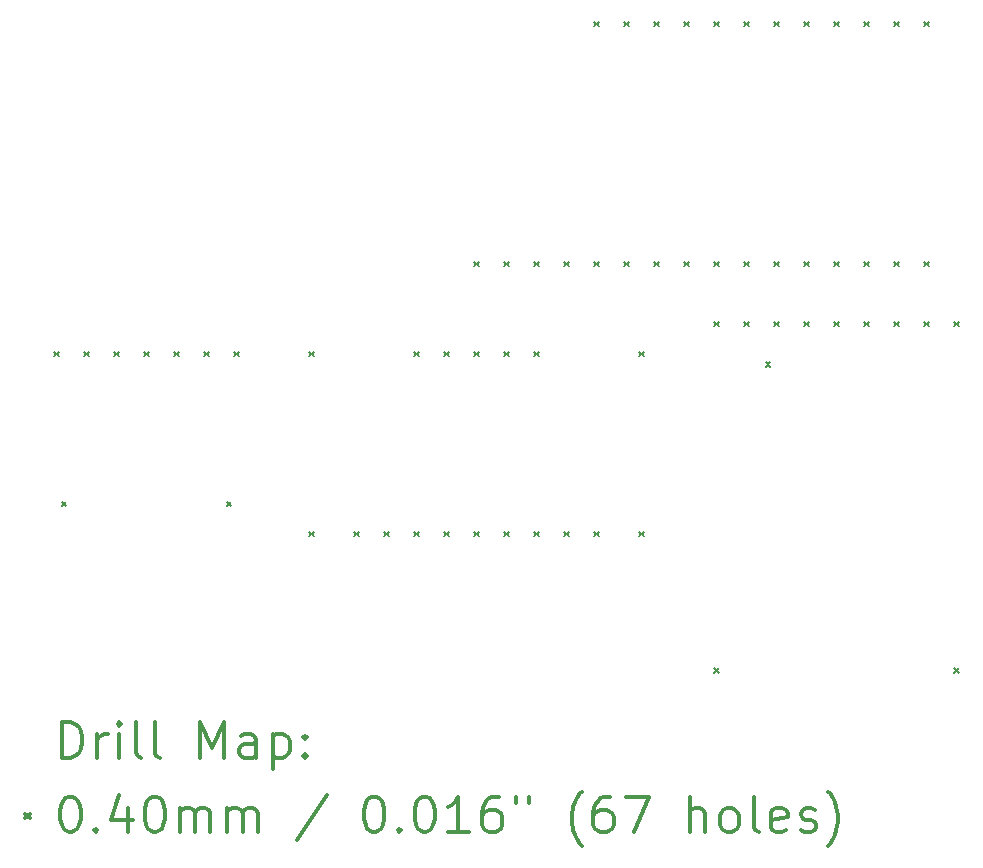
<source format=gbr>
%FSLAX45Y45*%
G04 Gerber Fmt 4.5, Leading zero omitted, Abs format (unit mm)*
G04 Created by KiCad (PCBNEW 4.0.7+dfsg1-1) date Thu Apr  5 08:31:04 2018*
%MOMM*%
%LPD*%
G01*
G04 APERTURE LIST*
%ADD10C,0.127000*%
%ADD11C,0.200000*%
%ADD12C,0.300000*%
G04 APERTURE END LIST*
D10*
D11*
X206060Y2971480D02*
X246060Y2931480D01*
X246060Y2971480D02*
X206060Y2931480D01*
X269560Y1701480D02*
X309560Y1661480D01*
X309560Y1701480D02*
X269560Y1661480D01*
X460060Y2971480D02*
X500060Y2931480D01*
X500060Y2971480D02*
X460060Y2931480D01*
X714060Y2971480D02*
X754060Y2931480D01*
X754060Y2971480D02*
X714060Y2931480D01*
X968060Y2971480D02*
X1008060Y2931480D01*
X1008060Y2971480D02*
X968060Y2931480D01*
X1222060Y2971480D02*
X1262060Y2931480D01*
X1262060Y2971480D02*
X1222060Y2931480D01*
X1476060Y2971480D02*
X1516060Y2931480D01*
X1516060Y2971480D02*
X1476060Y2931480D01*
X1666560Y1701480D02*
X1706560Y1661480D01*
X1706560Y1701480D02*
X1666560Y1661480D01*
X1730060Y2971480D02*
X1770060Y2931480D01*
X1770060Y2971480D02*
X1730060Y2931480D01*
X2365060Y2971480D02*
X2405060Y2931480D01*
X2405060Y2971480D02*
X2365060Y2931480D01*
X2365060Y1447480D02*
X2405060Y1407480D01*
X2405060Y1447480D02*
X2365060Y1407480D01*
X2746060Y1447480D02*
X2786060Y1407480D01*
X2786060Y1447480D02*
X2746060Y1407480D01*
X3000060Y1447480D02*
X3040060Y1407480D01*
X3040060Y1447480D02*
X3000060Y1407480D01*
X3254060Y2971480D02*
X3294060Y2931480D01*
X3294060Y2971480D02*
X3254060Y2931480D01*
X3254060Y1447480D02*
X3294060Y1407480D01*
X3294060Y1447480D02*
X3254060Y1407480D01*
X3508060Y2971480D02*
X3548060Y2931480D01*
X3548060Y2971480D02*
X3508060Y2931480D01*
X3508060Y1447480D02*
X3548060Y1407480D01*
X3548060Y1447480D02*
X3508060Y1407480D01*
X3762060Y3733480D02*
X3802060Y3693480D01*
X3802060Y3733480D02*
X3762060Y3693480D01*
X3762060Y2971480D02*
X3802060Y2931480D01*
X3802060Y2971480D02*
X3762060Y2931480D01*
X3762060Y1447480D02*
X3802060Y1407480D01*
X3802060Y1447480D02*
X3762060Y1407480D01*
X4016060Y3733480D02*
X4056060Y3693480D01*
X4056060Y3733480D02*
X4016060Y3693480D01*
X4016060Y2971480D02*
X4056060Y2931480D01*
X4056060Y2971480D02*
X4016060Y2931480D01*
X4016060Y1447480D02*
X4056060Y1407480D01*
X4056060Y1447480D02*
X4016060Y1407480D01*
X4270060Y3733480D02*
X4310060Y3693480D01*
X4310060Y3733480D02*
X4270060Y3693480D01*
X4270060Y2971480D02*
X4310060Y2931480D01*
X4310060Y2971480D02*
X4270060Y2931480D01*
X4270060Y1447480D02*
X4310060Y1407480D01*
X4310060Y1447480D02*
X4270060Y1407480D01*
X4524060Y3733480D02*
X4564060Y3693480D01*
X4564060Y3733480D02*
X4524060Y3693480D01*
X4524060Y1447480D02*
X4564060Y1407480D01*
X4564060Y1447480D02*
X4524060Y1407480D01*
X4778060Y5765480D02*
X4818060Y5725480D01*
X4818060Y5765480D02*
X4778060Y5725480D01*
X4778060Y3733480D02*
X4818060Y3693480D01*
X4818060Y3733480D02*
X4778060Y3693480D01*
X4778060Y1447480D02*
X4818060Y1407480D01*
X4818060Y1447480D02*
X4778060Y1407480D01*
X5032060Y5765480D02*
X5072060Y5725480D01*
X5072060Y5765480D02*
X5032060Y5725480D01*
X5032060Y3733480D02*
X5072060Y3693480D01*
X5072060Y3733480D02*
X5032060Y3693480D01*
X5159060Y2971480D02*
X5199060Y2931480D01*
X5199060Y2971480D02*
X5159060Y2931480D01*
X5159060Y1447480D02*
X5199060Y1407480D01*
X5199060Y1447480D02*
X5159060Y1407480D01*
X5286060Y5765480D02*
X5326060Y5725480D01*
X5326060Y5765480D02*
X5286060Y5725480D01*
X5286060Y3733480D02*
X5326060Y3693480D01*
X5326060Y3733480D02*
X5286060Y3693480D01*
X5540060Y5765480D02*
X5580060Y5725480D01*
X5580060Y5765480D02*
X5540060Y5725480D01*
X5540060Y3733480D02*
X5580060Y3693480D01*
X5580060Y3733480D02*
X5540060Y3693480D01*
X5794060Y5765480D02*
X5834060Y5725480D01*
X5834060Y5765480D02*
X5794060Y5725480D01*
X5794060Y3733480D02*
X5834060Y3693480D01*
X5834060Y3733480D02*
X5794060Y3693480D01*
X5794060Y3225480D02*
X5834060Y3185480D01*
X5834060Y3225480D02*
X5794060Y3185480D01*
X5794060Y291780D02*
X5834060Y251780D01*
X5834060Y291780D02*
X5794060Y251780D01*
X6048060Y5765480D02*
X6088060Y5725480D01*
X6088060Y5765480D02*
X6048060Y5725480D01*
X6048060Y3733480D02*
X6088060Y3693480D01*
X6088060Y3733480D02*
X6048060Y3693480D01*
X6048060Y3225480D02*
X6088060Y3185480D01*
X6088060Y3225480D02*
X6048060Y3185480D01*
X6228400Y2880040D02*
X6268400Y2840040D01*
X6268400Y2880040D02*
X6228400Y2840040D01*
X6302060Y5765480D02*
X6342060Y5725480D01*
X6342060Y5765480D02*
X6302060Y5725480D01*
X6302060Y3733480D02*
X6342060Y3693480D01*
X6342060Y3733480D02*
X6302060Y3693480D01*
X6302060Y3225480D02*
X6342060Y3185480D01*
X6342060Y3225480D02*
X6302060Y3185480D01*
X6556060Y5765480D02*
X6596060Y5725480D01*
X6596060Y5765480D02*
X6556060Y5725480D01*
X6556060Y3733480D02*
X6596060Y3693480D01*
X6596060Y3733480D02*
X6556060Y3693480D01*
X6556060Y3225480D02*
X6596060Y3185480D01*
X6596060Y3225480D02*
X6556060Y3185480D01*
X6810060Y5765480D02*
X6850060Y5725480D01*
X6850060Y5765480D02*
X6810060Y5725480D01*
X6810060Y3733480D02*
X6850060Y3693480D01*
X6850060Y3733480D02*
X6810060Y3693480D01*
X6810060Y3225480D02*
X6850060Y3185480D01*
X6850060Y3225480D02*
X6810060Y3185480D01*
X7064060Y5765480D02*
X7104060Y5725480D01*
X7104060Y5765480D02*
X7064060Y5725480D01*
X7064060Y3733480D02*
X7104060Y3693480D01*
X7104060Y3733480D02*
X7064060Y3693480D01*
X7064060Y3225480D02*
X7104060Y3185480D01*
X7104060Y3225480D02*
X7064060Y3185480D01*
X7318060Y5765480D02*
X7358060Y5725480D01*
X7358060Y5765480D02*
X7318060Y5725480D01*
X7318060Y3733480D02*
X7358060Y3693480D01*
X7358060Y3733480D02*
X7318060Y3693480D01*
X7318060Y3225480D02*
X7358060Y3185480D01*
X7358060Y3225480D02*
X7318060Y3185480D01*
X7572060Y5765480D02*
X7612060Y5725480D01*
X7612060Y5765480D02*
X7572060Y5725480D01*
X7572060Y3733480D02*
X7612060Y3693480D01*
X7612060Y3733480D02*
X7572060Y3693480D01*
X7572060Y3225480D02*
X7612060Y3185480D01*
X7612060Y3225480D02*
X7572060Y3185480D01*
X7826060Y3225480D02*
X7866060Y3185480D01*
X7866060Y3225480D02*
X7826060Y3185480D01*
X7826060Y291780D02*
X7866060Y251780D01*
X7866060Y291780D02*
X7826060Y251780D01*
D12*
X271429Y-465714D02*
X271429Y-165714D01*
X342857Y-165714D01*
X385714Y-180000D01*
X414286Y-208571D01*
X428571Y-237143D01*
X442857Y-294286D01*
X442857Y-337143D01*
X428571Y-394286D01*
X414286Y-422857D01*
X385714Y-451429D01*
X342857Y-465714D01*
X271429Y-465714D01*
X571429Y-465714D02*
X571429Y-265714D01*
X571429Y-322857D02*
X585714Y-294286D01*
X600000Y-280000D01*
X628571Y-265714D01*
X657143Y-265714D01*
X757143Y-465714D02*
X757143Y-265714D01*
X757143Y-165714D02*
X742857Y-180000D01*
X757143Y-194286D01*
X771429Y-180000D01*
X757143Y-165714D01*
X757143Y-194286D01*
X942857Y-465714D02*
X914286Y-451429D01*
X900000Y-422857D01*
X900000Y-165714D01*
X1100000Y-465714D02*
X1071429Y-451429D01*
X1057143Y-422857D01*
X1057143Y-165714D01*
X1442857Y-465714D02*
X1442857Y-165714D01*
X1542857Y-380000D01*
X1642857Y-165714D01*
X1642857Y-465714D01*
X1914286Y-465714D02*
X1914286Y-308571D01*
X1900000Y-280000D01*
X1871429Y-265714D01*
X1814286Y-265714D01*
X1785714Y-280000D01*
X1914286Y-451429D02*
X1885714Y-465714D01*
X1814286Y-465714D01*
X1785714Y-451429D01*
X1771429Y-422857D01*
X1771429Y-394286D01*
X1785714Y-365714D01*
X1814286Y-351429D01*
X1885714Y-351429D01*
X1914286Y-337143D01*
X2057143Y-265714D02*
X2057143Y-565714D01*
X2057143Y-280000D02*
X2085714Y-265714D01*
X2142857Y-265714D01*
X2171429Y-280000D01*
X2185714Y-294286D01*
X2200000Y-322857D01*
X2200000Y-408571D01*
X2185714Y-437143D01*
X2171429Y-451429D01*
X2142857Y-465714D01*
X2085714Y-465714D01*
X2057143Y-451429D01*
X2328572Y-437143D02*
X2342857Y-451429D01*
X2328572Y-465714D01*
X2314286Y-451429D01*
X2328572Y-437143D01*
X2328572Y-465714D01*
X2328572Y-280000D02*
X2342857Y-294286D01*
X2328572Y-308571D01*
X2314286Y-294286D01*
X2328572Y-280000D01*
X2328572Y-308571D01*
X-40000Y-940000D02*
X0Y-980000D01*
X0Y-940000D02*
X-40000Y-980000D01*
X328571Y-795714D02*
X357143Y-795714D01*
X385714Y-810000D01*
X400000Y-824286D01*
X414286Y-852857D01*
X428571Y-910000D01*
X428571Y-981429D01*
X414286Y-1038571D01*
X400000Y-1067143D01*
X385714Y-1081429D01*
X357143Y-1095714D01*
X328571Y-1095714D01*
X300000Y-1081429D01*
X285714Y-1067143D01*
X271429Y-1038571D01*
X257143Y-981429D01*
X257143Y-910000D01*
X271429Y-852857D01*
X285714Y-824286D01*
X300000Y-810000D01*
X328571Y-795714D01*
X557143Y-1067143D02*
X571429Y-1081429D01*
X557143Y-1095714D01*
X542857Y-1081429D01*
X557143Y-1067143D01*
X557143Y-1095714D01*
X828571Y-895714D02*
X828571Y-1095714D01*
X757143Y-781429D02*
X685714Y-995714D01*
X871428Y-995714D01*
X1042857Y-795714D02*
X1071429Y-795714D01*
X1100000Y-810000D01*
X1114286Y-824286D01*
X1128571Y-852857D01*
X1142857Y-910000D01*
X1142857Y-981429D01*
X1128571Y-1038571D01*
X1114286Y-1067143D01*
X1100000Y-1081429D01*
X1071429Y-1095714D01*
X1042857Y-1095714D01*
X1014286Y-1081429D01*
X1000000Y-1067143D01*
X985714Y-1038571D01*
X971429Y-981429D01*
X971429Y-910000D01*
X985714Y-852857D01*
X1000000Y-824286D01*
X1014286Y-810000D01*
X1042857Y-795714D01*
X1271429Y-1095714D02*
X1271429Y-895714D01*
X1271429Y-924286D02*
X1285714Y-910000D01*
X1314286Y-895714D01*
X1357143Y-895714D01*
X1385714Y-910000D01*
X1400000Y-938571D01*
X1400000Y-1095714D01*
X1400000Y-938571D02*
X1414286Y-910000D01*
X1442857Y-895714D01*
X1485714Y-895714D01*
X1514286Y-910000D01*
X1528571Y-938571D01*
X1528571Y-1095714D01*
X1671429Y-1095714D02*
X1671429Y-895714D01*
X1671429Y-924286D02*
X1685714Y-910000D01*
X1714286Y-895714D01*
X1757143Y-895714D01*
X1785714Y-910000D01*
X1800000Y-938571D01*
X1800000Y-1095714D01*
X1800000Y-938571D02*
X1814286Y-910000D01*
X1842857Y-895714D01*
X1885714Y-895714D01*
X1914286Y-910000D01*
X1928571Y-938571D01*
X1928571Y-1095714D01*
X2514286Y-781429D02*
X2257143Y-1167143D01*
X2900000Y-795714D02*
X2928571Y-795714D01*
X2957143Y-810000D01*
X2971428Y-824286D01*
X2985714Y-852857D01*
X3000000Y-910000D01*
X3000000Y-981429D01*
X2985714Y-1038571D01*
X2971428Y-1067143D01*
X2957143Y-1081429D01*
X2928571Y-1095714D01*
X2900000Y-1095714D01*
X2871428Y-1081429D01*
X2857143Y-1067143D01*
X2842857Y-1038571D01*
X2828571Y-981429D01*
X2828571Y-910000D01*
X2842857Y-852857D01*
X2857143Y-824286D01*
X2871428Y-810000D01*
X2900000Y-795714D01*
X3128571Y-1067143D02*
X3142857Y-1081429D01*
X3128571Y-1095714D01*
X3114286Y-1081429D01*
X3128571Y-1067143D01*
X3128571Y-1095714D01*
X3328571Y-795714D02*
X3357143Y-795714D01*
X3385714Y-810000D01*
X3400000Y-824286D01*
X3414286Y-852857D01*
X3428571Y-910000D01*
X3428571Y-981429D01*
X3414286Y-1038571D01*
X3400000Y-1067143D01*
X3385714Y-1081429D01*
X3357143Y-1095714D01*
X3328571Y-1095714D01*
X3300000Y-1081429D01*
X3285714Y-1067143D01*
X3271428Y-1038571D01*
X3257143Y-981429D01*
X3257143Y-910000D01*
X3271428Y-852857D01*
X3285714Y-824286D01*
X3300000Y-810000D01*
X3328571Y-795714D01*
X3714286Y-1095714D02*
X3542857Y-1095714D01*
X3628571Y-1095714D02*
X3628571Y-795714D01*
X3600000Y-838571D01*
X3571428Y-867143D01*
X3542857Y-881429D01*
X3971428Y-795714D02*
X3914286Y-795714D01*
X3885714Y-810000D01*
X3871428Y-824286D01*
X3842857Y-867143D01*
X3828571Y-924286D01*
X3828571Y-1038571D01*
X3842857Y-1067143D01*
X3857143Y-1081429D01*
X3885714Y-1095714D01*
X3942857Y-1095714D01*
X3971428Y-1081429D01*
X3985714Y-1067143D01*
X4000000Y-1038571D01*
X4000000Y-967143D01*
X3985714Y-938571D01*
X3971428Y-924286D01*
X3942857Y-910000D01*
X3885714Y-910000D01*
X3857143Y-924286D01*
X3842857Y-938571D01*
X3828571Y-967143D01*
X4114286Y-795714D02*
X4114286Y-852857D01*
X4228571Y-795714D02*
X4228571Y-852857D01*
X4671429Y-1210000D02*
X4657143Y-1195714D01*
X4628571Y-1152857D01*
X4614286Y-1124286D01*
X4600000Y-1081429D01*
X4585714Y-1010000D01*
X4585714Y-952857D01*
X4600000Y-881429D01*
X4614286Y-838571D01*
X4628571Y-810000D01*
X4657143Y-767143D01*
X4671429Y-752857D01*
X4914286Y-795714D02*
X4857143Y-795714D01*
X4828571Y-810000D01*
X4814286Y-824286D01*
X4785714Y-867143D01*
X4771429Y-924286D01*
X4771429Y-1038571D01*
X4785714Y-1067143D01*
X4800000Y-1081429D01*
X4828571Y-1095714D01*
X4885714Y-1095714D01*
X4914286Y-1081429D01*
X4928571Y-1067143D01*
X4942857Y-1038571D01*
X4942857Y-967143D01*
X4928571Y-938571D01*
X4914286Y-924286D01*
X4885714Y-910000D01*
X4828571Y-910000D01*
X4800000Y-924286D01*
X4785714Y-938571D01*
X4771429Y-967143D01*
X5042857Y-795714D02*
X5242857Y-795714D01*
X5114286Y-1095714D01*
X5585714Y-1095714D02*
X5585714Y-795714D01*
X5714286Y-1095714D02*
X5714286Y-938571D01*
X5700000Y-910000D01*
X5671428Y-895714D01*
X5628571Y-895714D01*
X5600000Y-910000D01*
X5585714Y-924286D01*
X5900000Y-1095714D02*
X5871428Y-1081429D01*
X5857143Y-1067143D01*
X5842857Y-1038571D01*
X5842857Y-952857D01*
X5857143Y-924286D01*
X5871428Y-910000D01*
X5900000Y-895714D01*
X5942857Y-895714D01*
X5971428Y-910000D01*
X5985714Y-924286D01*
X6000000Y-952857D01*
X6000000Y-1038571D01*
X5985714Y-1067143D01*
X5971428Y-1081429D01*
X5942857Y-1095714D01*
X5900000Y-1095714D01*
X6171428Y-1095714D02*
X6142857Y-1081429D01*
X6128571Y-1052857D01*
X6128571Y-795714D01*
X6400000Y-1081429D02*
X6371429Y-1095714D01*
X6314286Y-1095714D01*
X6285714Y-1081429D01*
X6271429Y-1052857D01*
X6271429Y-938571D01*
X6285714Y-910000D01*
X6314286Y-895714D01*
X6371429Y-895714D01*
X6400000Y-910000D01*
X6414286Y-938571D01*
X6414286Y-967143D01*
X6271429Y-995714D01*
X6528571Y-1081429D02*
X6557143Y-1095714D01*
X6614286Y-1095714D01*
X6642857Y-1081429D01*
X6657143Y-1052857D01*
X6657143Y-1038571D01*
X6642857Y-1010000D01*
X6614286Y-995714D01*
X6571429Y-995714D01*
X6542857Y-981429D01*
X6528571Y-952857D01*
X6528571Y-938571D01*
X6542857Y-910000D01*
X6571429Y-895714D01*
X6614286Y-895714D01*
X6642857Y-910000D01*
X6757143Y-1210000D02*
X6771429Y-1195714D01*
X6800000Y-1152857D01*
X6814286Y-1124286D01*
X6828571Y-1081429D01*
X6842857Y-1010000D01*
X6842857Y-952857D01*
X6828571Y-881429D01*
X6814286Y-838571D01*
X6800000Y-810000D01*
X6771429Y-767143D01*
X6757143Y-752857D01*
M02*

</source>
